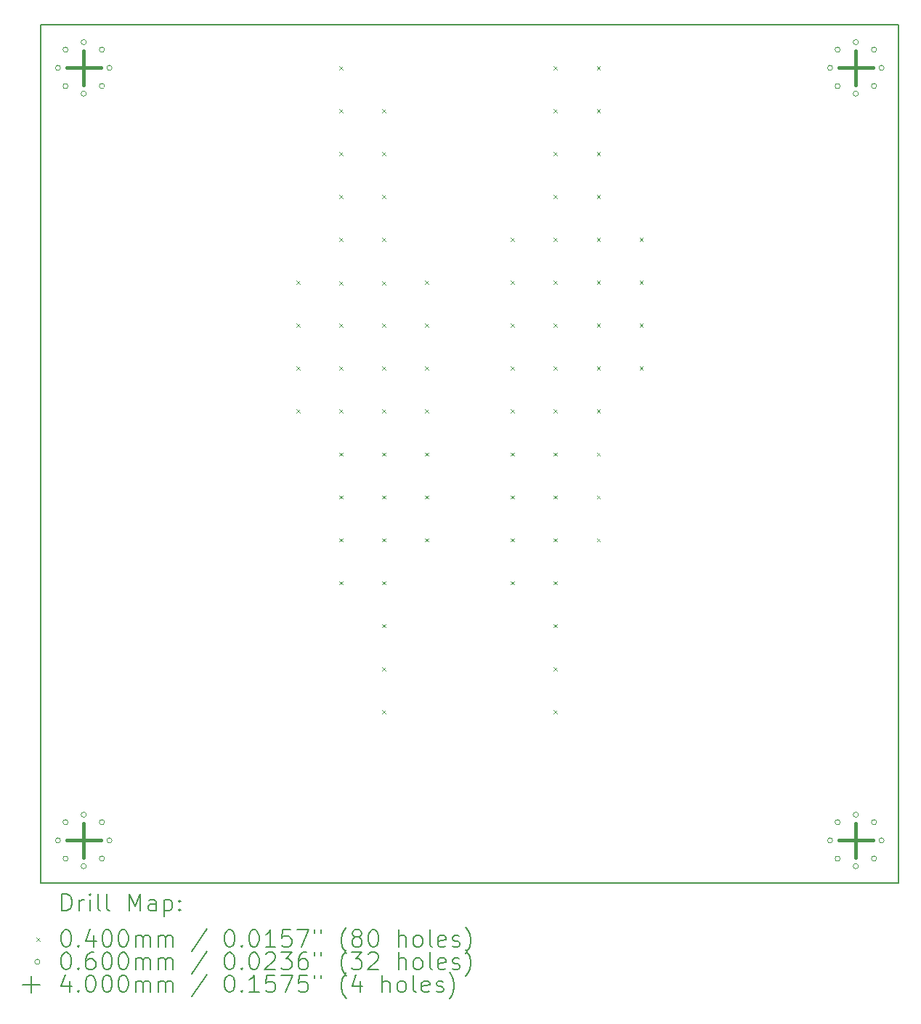
<source format=gbr>
%TF.GenerationSoftware,KiCad,Pcbnew,(6.0.7)*%
%TF.CreationDate,2022-10-24T21:40:08-07:00*%
%TF.ProjectId,18650_3s2p,31383635-305f-4337-9332-702e6b696361,2.0*%
%TF.SameCoordinates,Original*%
%TF.FileFunction,Drillmap*%
%TF.FilePolarity,Positive*%
%FSLAX45Y45*%
G04 Gerber Fmt 4.5, Leading zero omitted, Abs format (unit mm)*
G04 Created by KiCad (PCBNEW (6.0.7)) date 2022-10-24 21:40:08*
%MOMM*%
%LPD*%
G01*
G04 APERTURE LIST*
%ADD10C,0.200000*%
%ADD11C,0.040000*%
%ADD12C,0.060000*%
%ADD13C,0.400000*%
G04 APERTURE END LIST*
D10*
X5000000Y-5000000D02*
X15000000Y-5000000D01*
X15000000Y-5000000D02*
X15000000Y-15000000D01*
X15000000Y-15000000D02*
X5000000Y-15000000D01*
X5000000Y-15000000D02*
X5000000Y-5000000D01*
D11*
X7980000Y-7980000D02*
X8020000Y-8020000D01*
X8020000Y-7980000D02*
X7980000Y-8020000D01*
X7980000Y-8480000D02*
X8020000Y-8520000D01*
X8020000Y-8480000D02*
X7980000Y-8520000D01*
X7980000Y-8980000D02*
X8020000Y-9020000D01*
X8020000Y-8980000D02*
X7980000Y-9020000D01*
X7980000Y-9480000D02*
X8020000Y-9520000D01*
X8020000Y-9480000D02*
X7980000Y-9520000D01*
X8480000Y-5480000D02*
X8520000Y-5520000D01*
X8520000Y-5480000D02*
X8480000Y-5520000D01*
X8480000Y-5980000D02*
X8520000Y-6020000D01*
X8520000Y-5980000D02*
X8480000Y-6020000D01*
X8480000Y-6480000D02*
X8520000Y-6520000D01*
X8520000Y-6480000D02*
X8480000Y-6520000D01*
X8480000Y-6980000D02*
X8520000Y-7020000D01*
X8520000Y-6980000D02*
X8480000Y-7020000D01*
X8480000Y-7480000D02*
X8520000Y-7520000D01*
X8520000Y-7480000D02*
X8480000Y-7520000D01*
X8480000Y-7990000D02*
X8520000Y-8030000D01*
X8520000Y-7990000D02*
X8480000Y-8030000D01*
X8480000Y-8480000D02*
X8520000Y-8520000D01*
X8520000Y-8480000D02*
X8480000Y-8520000D01*
X8480000Y-8980000D02*
X8520000Y-9020000D01*
X8520000Y-8980000D02*
X8480000Y-9020000D01*
X8480000Y-9480000D02*
X8520000Y-9520000D01*
X8520000Y-9480000D02*
X8480000Y-9520000D01*
X8480000Y-9980000D02*
X8520000Y-10020000D01*
X8520000Y-9980000D02*
X8480000Y-10020000D01*
X8480000Y-10480000D02*
X8520000Y-10520000D01*
X8520000Y-10480000D02*
X8480000Y-10520000D01*
X8480000Y-10980000D02*
X8520000Y-11020000D01*
X8520000Y-10980000D02*
X8480000Y-11020000D01*
X8480000Y-11480000D02*
X8520000Y-11520000D01*
X8520000Y-11480000D02*
X8480000Y-11520000D01*
X8980000Y-5980000D02*
X9020000Y-6020000D01*
X9020000Y-5980000D02*
X8980000Y-6020000D01*
X8980000Y-6480000D02*
X9020000Y-6520000D01*
X9020000Y-6480000D02*
X8980000Y-6520000D01*
X8980000Y-6980000D02*
X9020000Y-7020000D01*
X9020000Y-6980000D02*
X8980000Y-7020000D01*
X8980000Y-7480000D02*
X9020000Y-7520000D01*
X9020000Y-7480000D02*
X8980000Y-7520000D01*
X8980000Y-7990000D02*
X9020000Y-8030000D01*
X9020000Y-7990000D02*
X8980000Y-8030000D01*
X8980000Y-8480000D02*
X9020000Y-8520000D01*
X9020000Y-8480000D02*
X8980000Y-8520000D01*
X8980000Y-8980000D02*
X9020000Y-9020000D01*
X9020000Y-8980000D02*
X8980000Y-9020000D01*
X8980000Y-9480000D02*
X9020000Y-9520000D01*
X9020000Y-9480000D02*
X8980000Y-9520000D01*
X8980000Y-9980000D02*
X9020000Y-10020000D01*
X9020000Y-9980000D02*
X8980000Y-10020000D01*
X8980000Y-10480000D02*
X9020000Y-10520000D01*
X9020000Y-10480000D02*
X8980000Y-10520000D01*
X8980000Y-10980000D02*
X9020000Y-11020000D01*
X9020000Y-10980000D02*
X8980000Y-11020000D01*
X8980000Y-11480000D02*
X9020000Y-11520000D01*
X9020000Y-11480000D02*
X8980000Y-11520000D01*
X8980000Y-11980000D02*
X9020000Y-12020000D01*
X9020000Y-11980000D02*
X8980000Y-12020000D01*
X8980000Y-12480000D02*
X9020000Y-12520000D01*
X9020000Y-12480000D02*
X8980000Y-12520000D01*
X8980000Y-12980000D02*
X9020000Y-13020000D01*
X9020000Y-12980000D02*
X8980000Y-13020000D01*
X9480000Y-7980000D02*
X9520000Y-8020000D01*
X9520000Y-7980000D02*
X9480000Y-8020000D01*
X9480000Y-8480000D02*
X9520000Y-8520000D01*
X9520000Y-8480000D02*
X9480000Y-8520000D01*
X9480000Y-8980000D02*
X9520000Y-9020000D01*
X9520000Y-8980000D02*
X9480000Y-9020000D01*
X9480000Y-9480000D02*
X9520000Y-9520000D01*
X9520000Y-9480000D02*
X9480000Y-9520000D01*
X9480000Y-9980000D02*
X9520000Y-10020000D01*
X9520000Y-9980000D02*
X9480000Y-10020000D01*
X9480000Y-10480000D02*
X9520000Y-10520000D01*
X9520000Y-10480000D02*
X9480000Y-10520000D01*
X9480000Y-10980000D02*
X9520000Y-11020000D01*
X9520000Y-10980000D02*
X9480000Y-11020000D01*
X10480000Y-7480000D02*
X10520000Y-7520000D01*
X10520000Y-7480000D02*
X10480000Y-7520000D01*
X10480000Y-7980000D02*
X10520000Y-8020000D01*
X10520000Y-7980000D02*
X10480000Y-8020000D01*
X10480000Y-8480000D02*
X10520000Y-8520000D01*
X10520000Y-8480000D02*
X10480000Y-8520000D01*
X10480000Y-8980000D02*
X10520000Y-9020000D01*
X10520000Y-8980000D02*
X10480000Y-9020000D01*
X10480000Y-9480000D02*
X10520000Y-9520000D01*
X10520000Y-9480000D02*
X10480000Y-9520000D01*
X10480000Y-9980000D02*
X10520000Y-10020000D01*
X10520000Y-9980000D02*
X10480000Y-10020000D01*
X10480000Y-10480000D02*
X10520000Y-10520000D01*
X10520000Y-10480000D02*
X10480000Y-10520000D01*
X10480000Y-10980000D02*
X10520000Y-11020000D01*
X10520000Y-10980000D02*
X10480000Y-11020000D01*
X10480000Y-11480000D02*
X10520000Y-11520000D01*
X10520000Y-11480000D02*
X10480000Y-11520000D01*
X10980000Y-5480000D02*
X11020000Y-5520000D01*
X11020000Y-5480000D02*
X10980000Y-5520000D01*
X10980000Y-5980000D02*
X11020000Y-6020000D01*
X11020000Y-5980000D02*
X10980000Y-6020000D01*
X10980000Y-6480000D02*
X11020000Y-6520000D01*
X11020000Y-6480000D02*
X10980000Y-6520000D01*
X10980000Y-6980000D02*
X11020000Y-7020000D01*
X11020000Y-6980000D02*
X10980000Y-7020000D01*
X10980000Y-7480000D02*
X11020000Y-7520000D01*
X11020000Y-7480000D02*
X10980000Y-7520000D01*
X10980000Y-7980000D02*
X11020000Y-8020000D01*
X11020000Y-7980000D02*
X10980000Y-8020000D01*
X10980000Y-8480000D02*
X11020000Y-8520000D01*
X11020000Y-8480000D02*
X10980000Y-8520000D01*
X10980000Y-8980000D02*
X11020000Y-9020000D01*
X11020000Y-8980000D02*
X10980000Y-9020000D01*
X10980000Y-9480000D02*
X11020000Y-9520000D01*
X11020000Y-9480000D02*
X10980000Y-9520000D01*
X10980000Y-9980000D02*
X11020000Y-10020000D01*
X11020000Y-9980000D02*
X10980000Y-10020000D01*
X10980000Y-10480000D02*
X11020000Y-10520000D01*
X11020000Y-10480000D02*
X10980000Y-10520000D01*
X10980000Y-10980000D02*
X11020000Y-11020000D01*
X11020000Y-10980000D02*
X10980000Y-11020000D01*
X10980000Y-11480000D02*
X11020000Y-11520000D01*
X11020000Y-11480000D02*
X10980000Y-11520000D01*
X10980000Y-11980000D02*
X11020000Y-12020000D01*
X11020000Y-11980000D02*
X10980000Y-12020000D01*
X10980000Y-12480000D02*
X11020000Y-12520000D01*
X11020000Y-12480000D02*
X10980000Y-12520000D01*
X10980000Y-12980000D02*
X11020000Y-13020000D01*
X11020000Y-12980000D02*
X10980000Y-13020000D01*
X11480000Y-5480000D02*
X11520000Y-5520000D01*
X11520000Y-5480000D02*
X11480000Y-5520000D01*
X11480000Y-5980000D02*
X11520000Y-6020000D01*
X11520000Y-5980000D02*
X11480000Y-6020000D01*
X11480000Y-6480000D02*
X11520000Y-6520000D01*
X11520000Y-6480000D02*
X11480000Y-6520000D01*
X11480000Y-6980000D02*
X11520000Y-7020000D01*
X11520000Y-6980000D02*
X11480000Y-7020000D01*
X11480000Y-7480000D02*
X11520000Y-7520000D01*
X11520000Y-7480000D02*
X11480000Y-7520000D01*
X11480000Y-7980000D02*
X11520000Y-8020000D01*
X11520000Y-7980000D02*
X11480000Y-8020000D01*
X11480000Y-8480000D02*
X11520000Y-8520000D01*
X11520000Y-8480000D02*
X11480000Y-8520000D01*
X11480000Y-8980000D02*
X11520000Y-9020000D01*
X11520000Y-8980000D02*
X11480000Y-9020000D01*
X11480000Y-9480000D02*
X11520000Y-9520000D01*
X11520000Y-9480000D02*
X11480000Y-9520000D01*
X11480000Y-9980000D02*
X11520000Y-10020000D01*
X11520000Y-9980000D02*
X11480000Y-10020000D01*
X11480000Y-10480000D02*
X11520000Y-10520000D01*
X11520000Y-10480000D02*
X11480000Y-10520000D01*
X11480000Y-10980000D02*
X11520000Y-11020000D01*
X11520000Y-10980000D02*
X11480000Y-11020000D01*
X11980000Y-7480000D02*
X12020000Y-7520000D01*
X12020000Y-7480000D02*
X11980000Y-7520000D01*
X11980000Y-7980000D02*
X12020000Y-8020000D01*
X12020000Y-7980000D02*
X11980000Y-8020000D01*
X11980000Y-8480000D02*
X12020000Y-8520000D01*
X12020000Y-8480000D02*
X11980000Y-8520000D01*
X11980000Y-8980000D02*
X12020000Y-9020000D01*
X12020000Y-8980000D02*
X11980000Y-9020000D01*
D12*
X5230000Y-5500000D02*
G75*
G03*
X5230000Y-5500000I-30000J0D01*
G01*
X5230000Y-14500000D02*
G75*
G03*
X5230000Y-14500000I-30000J0D01*
G01*
X5317868Y-5287868D02*
G75*
G03*
X5317868Y-5287868I-30000J0D01*
G01*
X5317868Y-5712132D02*
G75*
G03*
X5317868Y-5712132I-30000J0D01*
G01*
X5317868Y-14287868D02*
G75*
G03*
X5317868Y-14287868I-30000J0D01*
G01*
X5317868Y-14712132D02*
G75*
G03*
X5317868Y-14712132I-30000J0D01*
G01*
X5530000Y-5200000D02*
G75*
G03*
X5530000Y-5200000I-30000J0D01*
G01*
X5530000Y-5800000D02*
G75*
G03*
X5530000Y-5800000I-30000J0D01*
G01*
X5530000Y-14200000D02*
G75*
G03*
X5530000Y-14200000I-30000J0D01*
G01*
X5530000Y-14800000D02*
G75*
G03*
X5530000Y-14800000I-30000J0D01*
G01*
X5742132Y-5287868D02*
G75*
G03*
X5742132Y-5287868I-30000J0D01*
G01*
X5742132Y-5712132D02*
G75*
G03*
X5742132Y-5712132I-30000J0D01*
G01*
X5742132Y-14287868D02*
G75*
G03*
X5742132Y-14287868I-30000J0D01*
G01*
X5742132Y-14712132D02*
G75*
G03*
X5742132Y-14712132I-30000J0D01*
G01*
X5830000Y-5500000D02*
G75*
G03*
X5830000Y-5500000I-30000J0D01*
G01*
X5830000Y-14500000D02*
G75*
G03*
X5830000Y-14500000I-30000J0D01*
G01*
X14230000Y-5500000D02*
G75*
G03*
X14230000Y-5500000I-30000J0D01*
G01*
X14230000Y-14500000D02*
G75*
G03*
X14230000Y-14500000I-30000J0D01*
G01*
X14317868Y-5287868D02*
G75*
G03*
X14317868Y-5287868I-30000J0D01*
G01*
X14317868Y-5712132D02*
G75*
G03*
X14317868Y-5712132I-30000J0D01*
G01*
X14317868Y-14287868D02*
G75*
G03*
X14317868Y-14287868I-30000J0D01*
G01*
X14317868Y-14712132D02*
G75*
G03*
X14317868Y-14712132I-30000J0D01*
G01*
X14530000Y-5200000D02*
G75*
G03*
X14530000Y-5200000I-30000J0D01*
G01*
X14530000Y-5800000D02*
G75*
G03*
X14530000Y-5800000I-30000J0D01*
G01*
X14530000Y-14200000D02*
G75*
G03*
X14530000Y-14200000I-30000J0D01*
G01*
X14530000Y-14800000D02*
G75*
G03*
X14530000Y-14800000I-30000J0D01*
G01*
X14742132Y-5287868D02*
G75*
G03*
X14742132Y-5287868I-30000J0D01*
G01*
X14742132Y-5712132D02*
G75*
G03*
X14742132Y-5712132I-30000J0D01*
G01*
X14742132Y-14287868D02*
G75*
G03*
X14742132Y-14287868I-30000J0D01*
G01*
X14742132Y-14712132D02*
G75*
G03*
X14742132Y-14712132I-30000J0D01*
G01*
X14830000Y-5500000D02*
G75*
G03*
X14830000Y-5500000I-30000J0D01*
G01*
X14830000Y-14500000D02*
G75*
G03*
X14830000Y-14500000I-30000J0D01*
G01*
D13*
X5500000Y-5300000D02*
X5500000Y-5700000D01*
X5300000Y-5500000D02*
X5700000Y-5500000D01*
X5500000Y-14300000D02*
X5500000Y-14700000D01*
X5300000Y-14500000D02*
X5700000Y-14500000D01*
X14500000Y-5300000D02*
X14500000Y-5700000D01*
X14300000Y-5500000D02*
X14700000Y-5500000D01*
X14500000Y-14300000D02*
X14500000Y-14700000D01*
X14300000Y-14500000D02*
X14700000Y-14500000D01*
D10*
X5247619Y-15320476D02*
X5247619Y-15120476D01*
X5295238Y-15120476D01*
X5323810Y-15130000D01*
X5342857Y-15149048D01*
X5352381Y-15168095D01*
X5361905Y-15206190D01*
X5361905Y-15234762D01*
X5352381Y-15272857D01*
X5342857Y-15291905D01*
X5323810Y-15310952D01*
X5295238Y-15320476D01*
X5247619Y-15320476D01*
X5447619Y-15320476D02*
X5447619Y-15187143D01*
X5447619Y-15225238D02*
X5457143Y-15206190D01*
X5466667Y-15196667D01*
X5485714Y-15187143D01*
X5504762Y-15187143D01*
X5571429Y-15320476D02*
X5571429Y-15187143D01*
X5571429Y-15120476D02*
X5561905Y-15130000D01*
X5571429Y-15139524D01*
X5580952Y-15130000D01*
X5571429Y-15120476D01*
X5571429Y-15139524D01*
X5695238Y-15320476D02*
X5676190Y-15310952D01*
X5666667Y-15291905D01*
X5666667Y-15120476D01*
X5800000Y-15320476D02*
X5780952Y-15310952D01*
X5771428Y-15291905D01*
X5771428Y-15120476D01*
X6028571Y-15320476D02*
X6028571Y-15120476D01*
X6095238Y-15263333D01*
X6161905Y-15120476D01*
X6161905Y-15320476D01*
X6342857Y-15320476D02*
X6342857Y-15215714D01*
X6333333Y-15196667D01*
X6314286Y-15187143D01*
X6276190Y-15187143D01*
X6257143Y-15196667D01*
X6342857Y-15310952D02*
X6323809Y-15320476D01*
X6276190Y-15320476D01*
X6257143Y-15310952D01*
X6247619Y-15291905D01*
X6247619Y-15272857D01*
X6257143Y-15253809D01*
X6276190Y-15244286D01*
X6323809Y-15244286D01*
X6342857Y-15234762D01*
X6438095Y-15187143D02*
X6438095Y-15387143D01*
X6438095Y-15196667D02*
X6457143Y-15187143D01*
X6495238Y-15187143D01*
X6514286Y-15196667D01*
X6523809Y-15206190D01*
X6533333Y-15225238D01*
X6533333Y-15282381D01*
X6523809Y-15301428D01*
X6514286Y-15310952D01*
X6495238Y-15320476D01*
X6457143Y-15320476D01*
X6438095Y-15310952D01*
X6619048Y-15301428D02*
X6628571Y-15310952D01*
X6619048Y-15320476D01*
X6609524Y-15310952D01*
X6619048Y-15301428D01*
X6619048Y-15320476D01*
X6619048Y-15196667D02*
X6628571Y-15206190D01*
X6619048Y-15215714D01*
X6609524Y-15206190D01*
X6619048Y-15196667D01*
X6619048Y-15215714D01*
D11*
X4950000Y-15630000D02*
X4990000Y-15670000D01*
X4990000Y-15630000D02*
X4950000Y-15670000D01*
D10*
X5285714Y-15540476D02*
X5304762Y-15540476D01*
X5323810Y-15550000D01*
X5333333Y-15559524D01*
X5342857Y-15578571D01*
X5352381Y-15616667D01*
X5352381Y-15664286D01*
X5342857Y-15702381D01*
X5333333Y-15721428D01*
X5323810Y-15730952D01*
X5304762Y-15740476D01*
X5285714Y-15740476D01*
X5266667Y-15730952D01*
X5257143Y-15721428D01*
X5247619Y-15702381D01*
X5238095Y-15664286D01*
X5238095Y-15616667D01*
X5247619Y-15578571D01*
X5257143Y-15559524D01*
X5266667Y-15550000D01*
X5285714Y-15540476D01*
X5438095Y-15721428D02*
X5447619Y-15730952D01*
X5438095Y-15740476D01*
X5428571Y-15730952D01*
X5438095Y-15721428D01*
X5438095Y-15740476D01*
X5619048Y-15607143D02*
X5619048Y-15740476D01*
X5571429Y-15530952D02*
X5523810Y-15673809D01*
X5647619Y-15673809D01*
X5761905Y-15540476D02*
X5780952Y-15540476D01*
X5800000Y-15550000D01*
X5809524Y-15559524D01*
X5819048Y-15578571D01*
X5828571Y-15616667D01*
X5828571Y-15664286D01*
X5819048Y-15702381D01*
X5809524Y-15721428D01*
X5800000Y-15730952D01*
X5780952Y-15740476D01*
X5761905Y-15740476D01*
X5742857Y-15730952D01*
X5733333Y-15721428D01*
X5723809Y-15702381D01*
X5714286Y-15664286D01*
X5714286Y-15616667D01*
X5723809Y-15578571D01*
X5733333Y-15559524D01*
X5742857Y-15550000D01*
X5761905Y-15540476D01*
X5952381Y-15540476D02*
X5971428Y-15540476D01*
X5990476Y-15550000D01*
X6000000Y-15559524D01*
X6009524Y-15578571D01*
X6019048Y-15616667D01*
X6019048Y-15664286D01*
X6009524Y-15702381D01*
X6000000Y-15721428D01*
X5990476Y-15730952D01*
X5971428Y-15740476D01*
X5952381Y-15740476D01*
X5933333Y-15730952D01*
X5923809Y-15721428D01*
X5914286Y-15702381D01*
X5904762Y-15664286D01*
X5904762Y-15616667D01*
X5914286Y-15578571D01*
X5923809Y-15559524D01*
X5933333Y-15550000D01*
X5952381Y-15540476D01*
X6104762Y-15740476D02*
X6104762Y-15607143D01*
X6104762Y-15626190D02*
X6114286Y-15616667D01*
X6133333Y-15607143D01*
X6161905Y-15607143D01*
X6180952Y-15616667D01*
X6190476Y-15635714D01*
X6190476Y-15740476D01*
X6190476Y-15635714D02*
X6200000Y-15616667D01*
X6219048Y-15607143D01*
X6247619Y-15607143D01*
X6266667Y-15616667D01*
X6276190Y-15635714D01*
X6276190Y-15740476D01*
X6371428Y-15740476D02*
X6371428Y-15607143D01*
X6371428Y-15626190D02*
X6380952Y-15616667D01*
X6400000Y-15607143D01*
X6428571Y-15607143D01*
X6447619Y-15616667D01*
X6457143Y-15635714D01*
X6457143Y-15740476D01*
X6457143Y-15635714D02*
X6466667Y-15616667D01*
X6485714Y-15607143D01*
X6514286Y-15607143D01*
X6533333Y-15616667D01*
X6542857Y-15635714D01*
X6542857Y-15740476D01*
X6933333Y-15530952D02*
X6761905Y-15788095D01*
X7190476Y-15540476D02*
X7209524Y-15540476D01*
X7228571Y-15550000D01*
X7238095Y-15559524D01*
X7247619Y-15578571D01*
X7257143Y-15616667D01*
X7257143Y-15664286D01*
X7247619Y-15702381D01*
X7238095Y-15721428D01*
X7228571Y-15730952D01*
X7209524Y-15740476D01*
X7190476Y-15740476D01*
X7171428Y-15730952D01*
X7161905Y-15721428D01*
X7152381Y-15702381D01*
X7142857Y-15664286D01*
X7142857Y-15616667D01*
X7152381Y-15578571D01*
X7161905Y-15559524D01*
X7171428Y-15550000D01*
X7190476Y-15540476D01*
X7342857Y-15721428D02*
X7352381Y-15730952D01*
X7342857Y-15740476D01*
X7333333Y-15730952D01*
X7342857Y-15721428D01*
X7342857Y-15740476D01*
X7476190Y-15540476D02*
X7495238Y-15540476D01*
X7514286Y-15550000D01*
X7523809Y-15559524D01*
X7533333Y-15578571D01*
X7542857Y-15616667D01*
X7542857Y-15664286D01*
X7533333Y-15702381D01*
X7523809Y-15721428D01*
X7514286Y-15730952D01*
X7495238Y-15740476D01*
X7476190Y-15740476D01*
X7457143Y-15730952D01*
X7447619Y-15721428D01*
X7438095Y-15702381D01*
X7428571Y-15664286D01*
X7428571Y-15616667D01*
X7438095Y-15578571D01*
X7447619Y-15559524D01*
X7457143Y-15550000D01*
X7476190Y-15540476D01*
X7733333Y-15740476D02*
X7619048Y-15740476D01*
X7676190Y-15740476D02*
X7676190Y-15540476D01*
X7657143Y-15569048D01*
X7638095Y-15588095D01*
X7619048Y-15597619D01*
X7914286Y-15540476D02*
X7819048Y-15540476D01*
X7809524Y-15635714D01*
X7819048Y-15626190D01*
X7838095Y-15616667D01*
X7885714Y-15616667D01*
X7904762Y-15626190D01*
X7914286Y-15635714D01*
X7923809Y-15654762D01*
X7923809Y-15702381D01*
X7914286Y-15721428D01*
X7904762Y-15730952D01*
X7885714Y-15740476D01*
X7838095Y-15740476D01*
X7819048Y-15730952D01*
X7809524Y-15721428D01*
X7990476Y-15540476D02*
X8123809Y-15540476D01*
X8038095Y-15740476D01*
X8190476Y-15540476D02*
X8190476Y-15578571D01*
X8266667Y-15540476D02*
X8266667Y-15578571D01*
X8561905Y-15816667D02*
X8552381Y-15807143D01*
X8533333Y-15778571D01*
X8523810Y-15759524D01*
X8514286Y-15730952D01*
X8504762Y-15683333D01*
X8504762Y-15645238D01*
X8514286Y-15597619D01*
X8523810Y-15569048D01*
X8533333Y-15550000D01*
X8552381Y-15521428D01*
X8561905Y-15511905D01*
X8666667Y-15626190D02*
X8647619Y-15616667D01*
X8638095Y-15607143D01*
X8628571Y-15588095D01*
X8628571Y-15578571D01*
X8638095Y-15559524D01*
X8647619Y-15550000D01*
X8666667Y-15540476D01*
X8704762Y-15540476D01*
X8723810Y-15550000D01*
X8733333Y-15559524D01*
X8742857Y-15578571D01*
X8742857Y-15588095D01*
X8733333Y-15607143D01*
X8723810Y-15616667D01*
X8704762Y-15626190D01*
X8666667Y-15626190D01*
X8647619Y-15635714D01*
X8638095Y-15645238D01*
X8628571Y-15664286D01*
X8628571Y-15702381D01*
X8638095Y-15721428D01*
X8647619Y-15730952D01*
X8666667Y-15740476D01*
X8704762Y-15740476D01*
X8723810Y-15730952D01*
X8733333Y-15721428D01*
X8742857Y-15702381D01*
X8742857Y-15664286D01*
X8733333Y-15645238D01*
X8723810Y-15635714D01*
X8704762Y-15626190D01*
X8866667Y-15540476D02*
X8885714Y-15540476D01*
X8904762Y-15550000D01*
X8914286Y-15559524D01*
X8923810Y-15578571D01*
X8933333Y-15616667D01*
X8933333Y-15664286D01*
X8923810Y-15702381D01*
X8914286Y-15721428D01*
X8904762Y-15730952D01*
X8885714Y-15740476D01*
X8866667Y-15740476D01*
X8847619Y-15730952D01*
X8838095Y-15721428D01*
X8828571Y-15702381D01*
X8819048Y-15664286D01*
X8819048Y-15616667D01*
X8828571Y-15578571D01*
X8838095Y-15559524D01*
X8847619Y-15550000D01*
X8866667Y-15540476D01*
X9171429Y-15740476D02*
X9171429Y-15540476D01*
X9257143Y-15740476D02*
X9257143Y-15635714D01*
X9247619Y-15616667D01*
X9228571Y-15607143D01*
X9200000Y-15607143D01*
X9180952Y-15616667D01*
X9171429Y-15626190D01*
X9380952Y-15740476D02*
X9361905Y-15730952D01*
X9352381Y-15721428D01*
X9342857Y-15702381D01*
X9342857Y-15645238D01*
X9352381Y-15626190D01*
X9361905Y-15616667D01*
X9380952Y-15607143D01*
X9409524Y-15607143D01*
X9428571Y-15616667D01*
X9438095Y-15626190D01*
X9447619Y-15645238D01*
X9447619Y-15702381D01*
X9438095Y-15721428D01*
X9428571Y-15730952D01*
X9409524Y-15740476D01*
X9380952Y-15740476D01*
X9561905Y-15740476D02*
X9542857Y-15730952D01*
X9533333Y-15711905D01*
X9533333Y-15540476D01*
X9714286Y-15730952D02*
X9695238Y-15740476D01*
X9657143Y-15740476D01*
X9638095Y-15730952D01*
X9628571Y-15711905D01*
X9628571Y-15635714D01*
X9638095Y-15616667D01*
X9657143Y-15607143D01*
X9695238Y-15607143D01*
X9714286Y-15616667D01*
X9723810Y-15635714D01*
X9723810Y-15654762D01*
X9628571Y-15673809D01*
X9800000Y-15730952D02*
X9819048Y-15740476D01*
X9857143Y-15740476D01*
X9876190Y-15730952D01*
X9885714Y-15711905D01*
X9885714Y-15702381D01*
X9876190Y-15683333D01*
X9857143Y-15673809D01*
X9828571Y-15673809D01*
X9809524Y-15664286D01*
X9800000Y-15645238D01*
X9800000Y-15635714D01*
X9809524Y-15616667D01*
X9828571Y-15607143D01*
X9857143Y-15607143D01*
X9876190Y-15616667D01*
X9952381Y-15816667D02*
X9961905Y-15807143D01*
X9980952Y-15778571D01*
X9990476Y-15759524D01*
X10000000Y-15730952D01*
X10009524Y-15683333D01*
X10009524Y-15645238D01*
X10000000Y-15597619D01*
X9990476Y-15569048D01*
X9980952Y-15550000D01*
X9961905Y-15521428D01*
X9952381Y-15511905D01*
D12*
X4990000Y-15914000D02*
G75*
G03*
X4990000Y-15914000I-30000J0D01*
G01*
D10*
X5285714Y-15804476D02*
X5304762Y-15804476D01*
X5323810Y-15814000D01*
X5333333Y-15823524D01*
X5342857Y-15842571D01*
X5352381Y-15880667D01*
X5352381Y-15928286D01*
X5342857Y-15966381D01*
X5333333Y-15985428D01*
X5323810Y-15994952D01*
X5304762Y-16004476D01*
X5285714Y-16004476D01*
X5266667Y-15994952D01*
X5257143Y-15985428D01*
X5247619Y-15966381D01*
X5238095Y-15928286D01*
X5238095Y-15880667D01*
X5247619Y-15842571D01*
X5257143Y-15823524D01*
X5266667Y-15814000D01*
X5285714Y-15804476D01*
X5438095Y-15985428D02*
X5447619Y-15994952D01*
X5438095Y-16004476D01*
X5428571Y-15994952D01*
X5438095Y-15985428D01*
X5438095Y-16004476D01*
X5619048Y-15804476D02*
X5580952Y-15804476D01*
X5561905Y-15814000D01*
X5552381Y-15823524D01*
X5533333Y-15852095D01*
X5523810Y-15890190D01*
X5523810Y-15966381D01*
X5533333Y-15985428D01*
X5542857Y-15994952D01*
X5561905Y-16004476D01*
X5600000Y-16004476D01*
X5619048Y-15994952D01*
X5628571Y-15985428D01*
X5638095Y-15966381D01*
X5638095Y-15918762D01*
X5628571Y-15899714D01*
X5619048Y-15890190D01*
X5600000Y-15880667D01*
X5561905Y-15880667D01*
X5542857Y-15890190D01*
X5533333Y-15899714D01*
X5523810Y-15918762D01*
X5761905Y-15804476D02*
X5780952Y-15804476D01*
X5800000Y-15814000D01*
X5809524Y-15823524D01*
X5819048Y-15842571D01*
X5828571Y-15880667D01*
X5828571Y-15928286D01*
X5819048Y-15966381D01*
X5809524Y-15985428D01*
X5800000Y-15994952D01*
X5780952Y-16004476D01*
X5761905Y-16004476D01*
X5742857Y-15994952D01*
X5733333Y-15985428D01*
X5723809Y-15966381D01*
X5714286Y-15928286D01*
X5714286Y-15880667D01*
X5723809Y-15842571D01*
X5733333Y-15823524D01*
X5742857Y-15814000D01*
X5761905Y-15804476D01*
X5952381Y-15804476D02*
X5971428Y-15804476D01*
X5990476Y-15814000D01*
X6000000Y-15823524D01*
X6009524Y-15842571D01*
X6019048Y-15880667D01*
X6019048Y-15928286D01*
X6009524Y-15966381D01*
X6000000Y-15985428D01*
X5990476Y-15994952D01*
X5971428Y-16004476D01*
X5952381Y-16004476D01*
X5933333Y-15994952D01*
X5923809Y-15985428D01*
X5914286Y-15966381D01*
X5904762Y-15928286D01*
X5904762Y-15880667D01*
X5914286Y-15842571D01*
X5923809Y-15823524D01*
X5933333Y-15814000D01*
X5952381Y-15804476D01*
X6104762Y-16004476D02*
X6104762Y-15871143D01*
X6104762Y-15890190D02*
X6114286Y-15880667D01*
X6133333Y-15871143D01*
X6161905Y-15871143D01*
X6180952Y-15880667D01*
X6190476Y-15899714D01*
X6190476Y-16004476D01*
X6190476Y-15899714D02*
X6200000Y-15880667D01*
X6219048Y-15871143D01*
X6247619Y-15871143D01*
X6266667Y-15880667D01*
X6276190Y-15899714D01*
X6276190Y-16004476D01*
X6371428Y-16004476D02*
X6371428Y-15871143D01*
X6371428Y-15890190D02*
X6380952Y-15880667D01*
X6400000Y-15871143D01*
X6428571Y-15871143D01*
X6447619Y-15880667D01*
X6457143Y-15899714D01*
X6457143Y-16004476D01*
X6457143Y-15899714D02*
X6466667Y-15880667D01*
X6485714Y-15871143D01*
X6514286Y-15871143D01*
X6533333Y-15880667D01*
X6542857Y-15899714D01*
X6542857Y-16004476D01*
X6933333Y-15794952D02*
X6761905Y-16052095D01*
X7190476Y-15804476D02*
X7209524Y-15804476D01*
X7228571Y-15814000D01*
X7238095Y-15823524D01*
X7247619Y-15842571D01*
X7257143Y-15880667D01*
X7257143Y-15928286D01*
X7247619Y-15966381D01*
X7238095Y-15985428D01*
X7228571Y-15994952D01*
X7209524Y-16004476D01*
X7190476Y-16004476D01*
X7171428Y-15994952D01*
X7161905Y-15985428D01*
X7152381Y-15966381D01*
X7142857Y-15928286D01*
X7142857Y-15880667D01*
X7152381Y-15842571D01*
X7161905Y-15823524D01*
X7171428Y-15814000D01*
X7190476Y-15804476D01*
X7342857Y-15985428D02*
X7352381Y-15994952D01*
X7342857Y-16004476D01*
X7333333Y-15994952D01*
X7342857Y-15985428D01*
X7342857Y-16004476D01*
X7476190Y-15804476D02*
X7495238Y-15804476D01*
X7514286Y-15814000D01*
X7523809Y-15823524D01*
X7533333Y-15842571D01*
X7542857Y-15880667D01*
X7542857Y-15928286D01*
X7533333Y-15966381D01*
X7523809Y-15985428D01*
X7514286Y-15994952D01*
X7495238Y-16004476D01*
X7476190Y-16004476D01*
X7457143Y-15994952D01*
X7447619Y-15985428D01*
X7438095Y-15966381D01*
X7428571Y-15928286D01*
X7428571Y-15880667D01*
X7438095Y-15842571D01*
X7447619Y-15823524D01*
X7457143Y-15814000D01*
X7476190Y-15804476D01*
X7619048Y-15823524D02*
X7628571Y-15814000D01*
X7647619Y-15804476D01*
X7695238Y-15804476D01*
X7714286Y-15814000D01*
X7723809Y-15823524D01*
X7733333Y-15842571D01*
X7733333Y-15861619D01*
X7723809Y-15890190D01*
X7609524Y-16004476D01*
X7733333Y-16004476D01*
X7800000Y-15804476D02*
X7923809Y-15804476D01*
X7857143Y-15880667D01*
X7885714Y-15880667D01*
X7904762Y-15890190D01*
X7914286Y-15899714D01*
X7923809Y-15918762D01*
X7923809Y-15966381D01*
X7914286Y-15985428D01*
X7904762Y-15994952D01*
X7885714Y-16004476D01*
X7828571Y-16004476D01*
X7809524Y-15994952D01*
X7800000Y-15985428D01*
X8095238Y-15804476D02*
X8057143Y-15804476D01*
X8038095Y-15814000D01*
X8028571Y-15823524D01*
X8009524Y-15852095D01*
X8000000Y-15890190D01*
X8000000Y-15966381D01*
X8009524Y-15985428D01*
X8019048Y-15994952D01*
X8038095Y-16004476D01*
X8076190Y-16004476D01*
X8095238Y-15994952D01*
X8104762Y-15985428D01*
X8114286Y-15966381D01*
X8114286Y-15918762D01*
X8104762Y-15899714D01*
X8095238Y-15890190D01*
X8076190Y-15880667D01*
X8038095Y-15880667D01*
X8019048Y-15890190D01*
X8009524Y-15899714D01*
X8000000Y-15918762D01*
X8190476Y-15804476D02*
X8190476Y-15842571D01*
X8266667Y-15804476D02*
X8266667Y-15842571D01*
X8561905Y-16080667D02*
X8552381Y-16071143D01*
X8533333Y-16042571D01*
X8523810Y-16023524D01*
X8514286Y-15994952D01*
X8504762Y-15947333D01*
X8504762Y-15909238D01*
X8514286Y-15861619D01*
X8523810Y-15833048D01*
X8533333Y-15814000D01*
X8552381Y-15785428D01*
X8561905Y-15775905D01*
X8619048Y-15804476D02*
X8742857Y-15804476D01*
X8676190Y-15880667D01*
X8704762Y-15880667D01*
X8723810Y-15890190D01*
X8733333Y-15899714D01*
X8742857Y-15918762D01*
X8742857Y-15966381D01*
X8733333Y-15985428D01*
X8723810Y-15994952D01*
X8704762Y-16004476D01*
X8647619Y-16004476D01*
X8628571Y-15994952D01*
X8619048Y-15985428D01*
X8819048Y-15823524D02*
X8828571Y-15814000D01*
X8847619Y-15804476D01*
X8895238Y-15804476D01*
X8914286Y-15814000D01*
X8923810Y-15823524D01*
X8933333Y-15842571D01*
X8933333Y-15861619D01*
X8923810Y-15890190D01*
X8809524Y-16004476D01*
X8933333Y-16004476D01*
X9171429Y-16004476D02*
X9171429Y-15804476D01*
X9257143Y-16004476D02*
X9257143Y-15899714D01*
X9247619Y-15880667D01*
X9228571Y-15871143D01*
X9200000Y-15871143D01*
X9180952Y-15880667D01*
X9171429Y-15890190D01*
X9380952Y-16004476D02*
X9361905Y-15994952D01*
X9352381Y-15985428D01*
X9342857Y-15966381D01*
X9342857Y-15909238D01*
X9352381Y-15890190D01*
X9361905Y-15880667D01*
X9380952Y-15871143D01*
X9409524Y-15871143D01*
X9428571Y-15880667D01*
X9438095Y-15890190D01*
X9447619Y-15909238D01*
X9447619Y-15966381D01*
X9438095Y-15985428D01*
X9428571Y-15994952D01*
X9409524Y-16004476D01*
X9380952Y-16004476D01*
X9561905Y-16004476D02*
X9542857Y-15994952D01*
X9533333Y-15975905D01*
X9533333Y-15804476D01*
X9714286Y-15994952D02*
X9695238Y-16004476D01*
X9657143Y-16004476D01*
X9638095Y-15994952D01*
X9628571Y-15975905D01*
X9628571Y-15899714D01*
X9638095Y-15880667D01*
X9657143Y-15871143D01*
X9695238Y-15871143D01*
X9714286Y-15880667D01*
X9723810Y-15899714D01*
X9723810Y-15918762D01*
X9628571Y-15937809D01*
X9800000Y-15994952D02*
X9819048Y-16004476D01*
X9857143Y-16004476D01*
X9876190Y-15994952D01*
X9885714Y-15975905D01*
X9885714Y-15966381D01*
X9876190Y-15947333D01*
X9857143Y-15937809D01*
X9828571Y-15937809D01*
X9809524Y-15928286D01*
X9800000Y-15909238D01*
X9800000Y-15899714D01*
X9809524Y-15880667D01*
X9828571Y-15871143D01*
X9857143Y-15871143D01*
X9876190Y-15880667D01*
X9952381Y-16080667D02*
X9961905Y-16071143D01*
X9980952Y-16042571D01*
X9990476Y-16023524D01*
X10000000Y-15994952D01*
X10009524Y-15947333D01*
X10009524Y-15909238D01*
X10000000Y-15861619D01*
X9990476Y-15833048D01*
X9980952Y-15814000D01*
X9961905Y-15785428D01*
X9952381Y-15775905D01*
X4890000Y-16078000D02*
X4890000Y-16278000D01*
X4790000Y-16178000D02*
X4990000Y-16178000D01*
X5333333Y-16135143D02*
X5333333Y-16268476D01*
X5285714Y-16058952D02*
X5238095Y-16201809D01*
X5361905Y-16201809D01*
X5438095Y-16249428D02*
X5447619Y-16258952D01*
X5438095Y-16268476D01*
X5428571Y-16258952D01*
X5438095Y-16249428D01*
X5438095Y-16268476D01*
X5571429Y-16068476D02*
X5590476Y-16068476D01*
X5609524Y-16078000D01*
X5619048Y-16087524D01*
X5628571Y-16106571D01*
X5638095Y-16144667D01*
X5638095Y-16192286D01*
X5628571Y-16230381D01*
X5619048Y-16249428D01*
X5609524Y-16258952D01*
X5590476Y-16268476D01*
X5571429Y-16268476D01*
X5552381Y-16258952D01*
X5542857Y-16249428D01*
X5533333Y-16230381D01*
X5523810Y-16192286D01*
X5523810Y-16144667D01*
X5533333Y-16106571D01*
X5542857Y-16087524D01*
X5552381Y-16078000D01*
X5571429Y-16068476D01*
X5761905Y-16068476D02*
X5780952Y-16068476D01*
X5800000Y-16078000D01*
X5809524Y-16087524D01*
X5819048Y-16106571D01*
X5828571Y-16144667D01*
X5828571Y-16192286D01*
X5819048Y-16230381D01*
X5809524Y-16249428D01*
X5800000Y-16258952D01*
X5780952Y-16268476D01*
X5761905Y-16268476D01*
X5742857Y-16258952D01*
X5733333Y-16249428D01*
X5723809Y-16230381D01*
X5714286Y-16192286D01*
X5714286Y-16144667D01*
X5723809Y-16106571D01*
X5733333Y-16087524D01*
X5742857Y-16078000D01*
X5761905Y-16068476D01*
X5952381Y-16068476D02*
X5971428Y-16068476D01*
X5990476Y-16078000D01*
X6000000Y-16087524D01*
X6009524Y-16106571D01*
X6019048Y-16144667D01*
X6019048Y-16192286D01*
X6009524Y-16230381D01*
X6000000Y-16249428D01*
X5990476Y-16258952D01*
X5971428Y-16268476D01*
X5952381Y-16268476D01*
X5933333Y-16258952D01*
X5923809Y-16249428D01*
X5914286Y-16230381D01*
X5904762Y-16192286D01*
X5904762Y-16144667D01*
X5914286Y-16106571D01*
X5923809Y-16087524D01*
X5933333Y-16078000D01*
X5952381Y-16068476D01*
X6104762Y-16268476D02*
X6104762Y-16135143D01*
X6104762Y-16154190D02*
X6114286Y-16144667D01*
X6133333Y-16135143D01*
X6161905Y-16135143D01*
X6180952Y-16144667D01*
X6190476Y-16163714D01*
X6190476Y-16268476D01*
X6190476Y-16163714D02*
X6200000Y-16144667D01*
X6219048Y-16135143D01*
X6247619Y-16135143D01*
X6266667Y-16144667D01*
X6276190Y-16163714D01*
X6276190Y-16268476D01*
X6371428Y-16268476D02*
X6371428Y-16135143D01*
X6371428Y-16154190D02*
X6380952Y-16144667D01*
X6400000Y-16135143D01*
X6428571Y-16135143D01*
X6447619Y-16144667D01*
X6457143Y-16163714D01*
X6457143Y-16268476D01*
X6457143Y-16163714D02*
X6466667Y-16144667D01*
X6485714Y-16135143D01*
X6514286Y-16135143D01*
X6533333Y-16144667D01*
X6542857Y-16163714D01*
X6542857Y-16268476D01*
X6933333Y-16058952D02*
X6761905Y-16316095D01*
X7190476Y-16068476D02*
X7209524Y-16068476D01*
X7228571Y-16078000D01*
X7238095Y-16087524D01*
X7247619Y-16106571D01*
X7257143Y-16144667D01*
X7257143Y-16192286D01*
X7247619Y-16230381D01*
X7238095Y-16249428D01*
X7228571Y-16258952D01*
X7209524Y-16268476D01*
X7190476Y-16268476D01*
X7171428Y-16258952D01*
X7161905Y-16249428D01*
X7152381Y-16230381D01*
X7142857Y-16192286D01*
X7142857Y-16144667D01*
X7152381Y-16106571D01*
X7161905Y-16087524D01*
X7171428Y-16078000D01*
X7190476Y-16068476D01*
X7342857Y-16249428D02*
X7352381Y-16258952D01*
X7342857Y-16268476D01*
X7333333Y-16258952D01*
X7342857Y-16249428D01*
X7342857Y-16268476D01*
X7542857Y-16268476D02*
X7428571Y-16268476D01*
X7485714Y-16268476D02*
X7485714Y-16068476D01*
X7466667Y-16097048D01*
X7447619Y-16116095D01*
X7428571Y-16125619D01*
X7723809Y-16068476D02*
X7628571Y-16068476D01*
X7619048Y-16163714D01*
X7628571Y-16154190D01*
X7647619Y-16144667D01*
X7695238Y-16144667D01*
X7714286Y-16154190D01*
X7723809Y-16163714D01*
X7733333Y-16182762D01*
X7733333Y-16230381D01*
X7723809Y-16249428D01*
X7714286Y-16258952D01*
X7695238Y-16268476D01*
X7647619Y-16268476D01*
X7628571Y-16258952D01*
X7619048Y-16249428D01*
X7800000Y-16068476D02*
X7933333Y-16068476D01*
X7847619Y-16268476D01*
X8104762Y-16068476D02*
X8009524Y-16068476D01*
X8000000Y-16163714D01*
X8009524Y-16154190D01*
X8028571Y-16144667D01*
X8076190Y-16144667D01*
X8095238Y-16154190D01*
X8104762Y-16163714D01*
X8114286Y-16182762D01*
X8114286Y-16230381D01*
X8104762Y-16249428D01*
X8095238Y-16258952D01*
X8076190Y-16268476D01*
X8028571Y-16268476D01*
X8009524Y-16258952D01*
X8000000Y-16249428D01*
X8190476Y-16068476D02*
X8190476Y-16106571D01*
X8266667Y-16068476D02*
X8266667Y-16106571D01*
X8561905Y-16344667D02*
X8552381Y-16335143D01*
X8533333Y-16306571D01*
X8523810Y-16287524D01*
X8514286Y-16258952D01*
X8504762Y-16211333D01*
X8504762Y-16173238D01*
X8514286Y-16125619D01*
X8523810Y-16097048D01*
X8533333Y-16078000D01*
X8552381Y-16049428D01*
X8561905Y-16039905D01*
X8723810Y-16135143D02*
X8723810Y-16268476D01*
X8676190Y-16058952D02*
X8628571Y-16201809D01*
X8752381Y-16201809D01*
X8980952Y-16268476D02*
X8980952Y-16068476D01*
X9066667Y-16268476D02*
X9066667Y-16163714D01*
X9057143Y-16144667D01*
X9038095Y-16135143D01*
X9009524Y-16135143D01*
X8990476Y-16144667D01*
X8980952Y-16154190D01*
X9190476Y-16268476D02*
X9171429Y-16258952D01*
X9161905Y-16249428D01*
X9152381Y-16230381D01*
X9152381Y-16173238D01*
X9161905Y-16154190D01*
X9171429Y-16144667D01*
X9190476Y-16135143D01*
X9219048Y-16135143D01*
X9238095Y-16144667D01*
X9247619Y-16154190D01*
X9257143Y-16173238D01*
X9257143Y-16230381D01*
X9247619Y-16249428D01*
X9238095Y-16258952D01*
X9219048Y-16268476D01*
X9190476Y-16268476D01*
X9371429Y-16268476D02*
X9352381Y-16258952D01*
X9342857Y-16239905D01*
X9342857Y-16068476D01*
X9523810Y-16258952D02*
X9504762Y-16268476D01*
X9466667Y-16268476D01*
X9447619Y-16258952D01*
X9438095Y-16239905D01*
X9438095Y-16163714D01*
X9447619Y-16144667D01*
X9466667Y-16135143D01*
X9504762Y-16135143D01*
X9523810Y-16144667D01*
X9533333Y-16163714D01*
X9533333Y-16182762D01*
X9438095Y-16201809D01*
X9609524Y-16258952D02*
X9628571Y-16268476D01*
X9666667Y-16268476D01*
X9685714Y-16258952D01*
X9695238Y-16239905D01*
X9695238Y-16230381D01*
X9685714Y-16211333D01*
X9666667Y-16201809D01*
X9638095Y-16201809D01*
X9619048Y-16192286D01*
X9609524Y-16173238D01*
X9609524Y-16163714D01*
X9619048Y-16144667D01*
X9638095Y-16135143D01*
X9666667Y-16135143D01*
X9685714Y-16144667D01*
X9761905Y-16344667D02*
X9771429Y-16335143D01*
X9790476Y-16306571D01*
X9800000Y-16287524D01*
X9809524Y-16258952D01*
X9819048Y-16211333D01*
X9819048Y-16173238D01*
X9809524Y-16125619D01*
X9800000Y-16097048D01*
X9790476Y-16078000D01*
X9771429Y-16049428D01*
X9761905Y-16039905D01*
M02*

</source>
